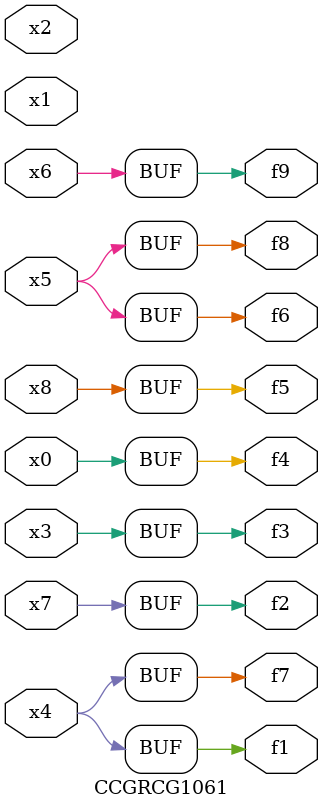
<source format=v>
module CCGRCG1061(
	input x0, x1, x2, x3, x4, x5, x6, x7, x8,
	output f1, f2, f3, f4, f5, f6, f7, f8, f9
);
	assign f1 = x4;
	assign f2 = x7;
	assign f3 = x3;
	assign f4 = x0;
	assign f5 = x8;
	assign f6 = x5;
	assign f7 = x4;
	assign f8 = x5;
	assign f9 = x6;
endmodule

</source>
